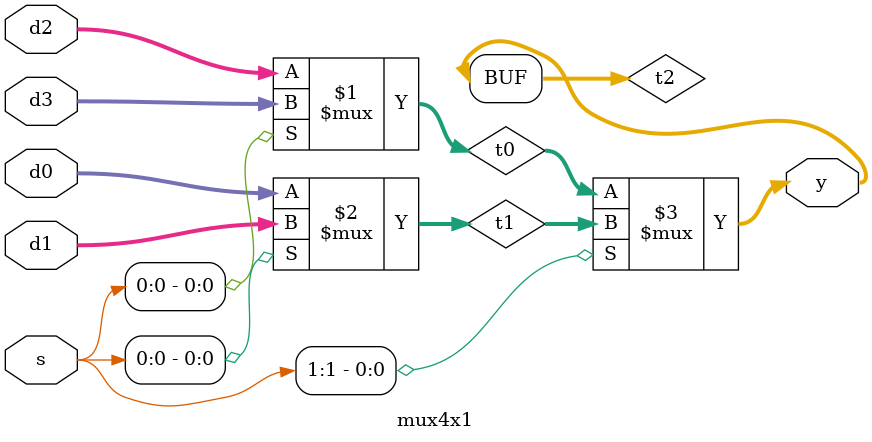
<source format=sv>
module mux4x1
		#(parameter bits=32)
		(input logic  [bits-1:0] d0,d1,d2,d3, input logic  [1:0] s, output logic  [bits-1:0] y);

		//do:AND, d1:OR, d2:ADD, d3:Subtract
		logic [bits-1:0] t0;
		logic [bits-1:0] t1;
		logic [bits-1:0] t2;

		assign t0= s[0] ? d3:d2;// 1:sub, 0:add
		assign t1= s[0] ? d1:d0;// 1:or, 0:and
		
		
		assign t2= s[1] ? t1:t0;// 1:t1, 0:t0
		assign y=t2;
endmodule

</source>
